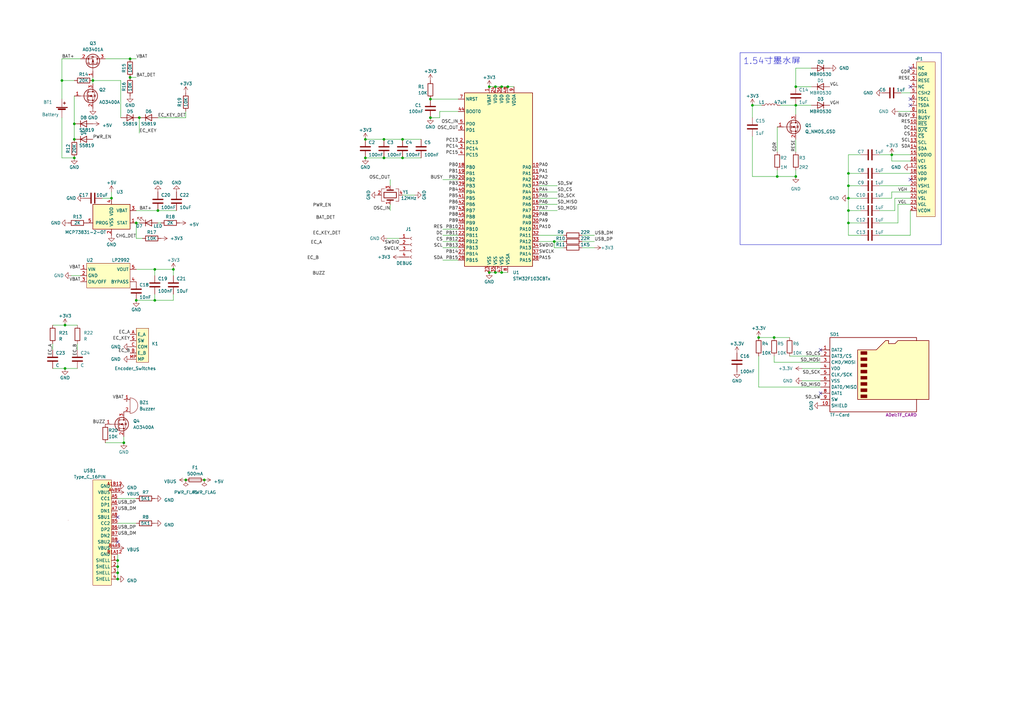
<source format=kicad_sch>
(kicad_sch (version 20230121) (generator eeschema)
  (paper "A3")
  (junction (at 83.82 196.85))
  (junction (at 38.1 33.02))
  (junction (at 30.48 50.8))
  (junction (at 30.48 57.15))
  (junction (at 48.26 234.95))
  (junction (at 200.66 111.76))
  (junction (at 71.12 110.49))
  (junction (at 176.53 40.64))
  (junction (at 165.1 57.15))
  (junction (at 347.98 71.12))
  (junction (at 64.77 86.36))
  (junction (at 203.2 35.56))
  (junction (at 149.86 64.77))
  (junction (at 48.26 229.87))
  (junction (at 347.98 86.36))
  (junction (at 365.76 63.5))
  (junction (at 53.34 31.75))
  (junction (at 157.48 57.15))
  (junction (at 200.66 35.56))
  (junction (at 50.8 181.61))
  (junction (at 311.15 138.43))
  (junction (at 48.26 237.49))
  (junction (at 57.15 48.26))
  (junction (at 26.67 151.13))
  (junction (at 55.88 123.19))
  (junction (at 308.61 43.18))
  (junction (at 326.39 43.18))
  (junction (at 205.74 35.56))
  (junction (at 149.86 57.15))
  (junction (at 176.53 48.26))
  (junction (at 63.5 110.49))
  (junction (at 227.33 99.06))
  (junction (at 347.98 91.44))
  (junction (at 55.88 91.44))
  (junction (at 157.48 64.77))
  (junction (at 203.2 111.76))
  (junction (at 26.67 133.35))
  (junction (at 326.39 35.56))
  (junction (at 318.77 72.39))
  (junction (at 165.1 64.77))
  (junction (at 347.98 81.28))
  (junction (at 48.26 232.41))
  (junction (at 317.5 138.43))
  (junction (at 326.39 72.39))
  (junction (at 205.74 111.76))
  (junction (at 63.5 123.19))
  (junction (at 76.2 196.85))
  (junction (at 45.72 81.28))
  (junction (at 30.48 64.77))
  (junction (at 208.28 35.56))
  (junction (at 53.34 24.13))
  (junction (at 347.98 76.2))
  (junction (at 25.4 33.02))
  (no_connect (at 373.38 73.66))
  (no_connect (at 373.38 27.94))
  (no_connect (at 336.55 161.29))
  (no_connect (at 336.55 143.51))
  (no_connect (at 373.38 40.64))
  (no_connect (at 48.26 212.09))
  (no_connect (at 48.26 222.25))
  (no_connect (at 373.38 35.56))
  (no_connect (at 373.38 43.18))
  (wire (pts (xy 57.15 91.44) (xy 55.88 91.44)))
  (wire (pts (xy 347.98 86.36) (xy 353.06 86.36)))
  (wire (pts (xy 227.33 101.6) (xy 227.33 99.06)))
  (wire (pts (xy 220.98 81.28) (xy 228.6 81.28)))
  (wire (pts (xy 220.98 76.2) (xy 228.6 76.2)))
  (wire (pts (xy 26.67 151.13) (xy 21.59 151.13)))
  (wire (pts (xy 326.39 43.18) (xy 326.39 46.99)))
  (wire (pts (xy 347.98 76.2) (xy 347.98 81.28)))
  (wire (pts (xy 347.98 91.44) (xy 353.06 91.44)))
  (wire (pts (xy 360.68 76.2) (xy 373.38 76.2)))
  (wire (pts (xy 347.98 86.36) (xy 347.98 91.44)))
  (wire (pts (xy 318.77 72.39) (xy 326.39 72.39)))
  (wire (pts (xy 181.61 93.98) (xy 187.96 93.98)))
  (wire (pts (xy 238.76 96.52) (xy 243.84 96.52)))
  (wire (pts (xy 21.59 140.97) (xy 21.59 143.51)))
  (wire (pts (xy 367.03 81.28) (xy 367.03 86.36)))
  (wire (pts (xy 373.38 96.52) (xy 360.68 96.52)))
  (wire (pts (xy 317.5 148.59) (xy 336.55 148.59)))
  (wire (pts (xy 64.77 48.26) (xy 76.2 48.26)))
  (wire (pts (xy 220.98 78.74) (xy 228.6 78.74)))
  (wire (pts (xy 181.61 106.68) (xy 187.96 106.68)))
  (wire (pts (xy 55.88 97.79) (xy 58.42 97.79)))
  (wire (pts (xy 48.26 227.33) (xy 48.26 229.87)))
  (wire (pts (xy 347.98 81.28) (xy 353.06 81.28)))
  (wire (pts (xy 328.93 151.13) (xy 336.55 151.13)))
  (wire (pts (xy 180.34 45.72) (xy 187.96 45.72)))
  (wire (pts (xy 25.4 24.13) (xy 33.02 24.13)))
  (wire (pts (xy 353.06 71.12) (xy 347.98 71.12)))
  (wire (pts (xy 29.21 113.03) (xy 33.02 113.03)))
  (wire (pts (xy 365.76 78.74) (xy 373.38 78.74)))
  (wire (pts (xy 48.26 232.41) (xy 48.26 234.95)))
  (wire (pts (xy 25.4 40.64) (xy 25.4 33.02)))
  (wire (pts (xy 347.98 63.5) (xy 347.98 71.12)))
  (wire (pts (xy 347.98 91.44) (xy 347.98 96.52)))
  (wire (pts (xy 181.61 101.6) (xy 187.96 101.6)))
  (wire (pts (xy 328.93 156.21) (xy 336.55 156.21)))
  (wire (pts (xy 43.18 181.61) (xy 50.8 181.61)))
  (wire (pts (xy 149.86 57.15) (xy 157.48 57.15)))
  (wire (pts (xy 53.34 24.13) (xy 43.18 24.13)))
  (wire (pts (xy 368.3 91.44) (xy 360.68 91.44)))
  (wire (pts (xy 326.39 57.15) (xy 326.39 62.23)))
  (wire (pts (xy 181.61 73.66) (xy 187.96 73.66)))
  (wire (pts (xy 160.02 83.82) (xy 160.02 86.36)))
  (wire (pts (xy 368.3 83.82) (xy 368.3 91.44)))
  (wire (pts (xy 25.4 33.02) (xy 30.48 33.02)))
  (wire (pts (xy 205.74 111.76) (xy 208.28 111.76)))
  (wire (pts (xy 63.5 120.65) (xy 63.5 123.19)))
  (wire (pts (xy 317.5 146.05) (xy 317.5 148.59)))
  (wire (pts (xy 30.48 50.8) (xy 30.48 57.15)))
  (wire (pts (xy 365.76 66.04) (xy 365.76 63.5)))
  (wire (pts (xy 38.1 33.02) (xy 49.53 33.02)))
  (wire (pts (xy 25.4 33.02) (xy 25.4 24.13)))
  (wire (pts (xy 373.38 81.28) (xy 367.03 81.28)))
  (wire (pts (xy 71.12 123.19) (xy 71.12 120.65)))
  (wire (pts (xy 49.53 33.02) (xy 49.53 48.26)))
  (wire (pts (xy 157.48 64.77) (xy 165.1 64.77)))
  (wire (pts (xy 205.74 35.56) (xy 208.28 35.56)))
  (wire (pts (xy 373.38 83.82) (xy 368.3 83.82)))
  (wire (pts (xy 55.88 24.13) (xy 53.34 24.13)))
  (wire (pts (xy 373.38 86.36) (xy 373.38 96.52)))
  (wire (pts (xy 26.67 151.13) (xy 31.75 151.13)))
  (wire (pts (xy 318.77 52.07) (xy 318.77 62.23)))
  (wire (pts (xy 203.2 111.76) (xy 205.74 111.76)))
  (wire (pts (xy 45.72 78.74) (xy 45.72 81.28)))
  (wire (pts (xy 365.76 81.28) (xy 360.68 81.28)))
  (wire (pts (xy 30.48 39.37) (xy 30.48 50.8)))
  (wire (pts (xy 360.68 71.12) (xy 373.38 71.12)))
  (wire (pts (xy 360.68 63.5) (xy 365.76 63.5)))
  (wire (pts (xy 323.85 146.05) (xy 336.55 146.05)))
  (wire (pts (xy 63.5 123.19) (xy 71.12 123.19)))
  (wire (pts (xy 55.88 110.49) (xy 63.5 110.49)))
  (wire (pts (xy 64.77 91.44) (xy 66.04 91.44)))
  (wire (pts (xy 365.76 63.5) (xy 373.38 63.5)))
  (wire (pts (xy 180.34 48.26) (xy 180.34 45.72)))
  (wire (pts (xy 238.76 99.06) (xy 243.84 99.06)))
  (wire (pts (xy 317.5 138.43) (xy 323.85 138.43)))
  (wire (pts (xy 26.67 133.35) (xy 31.75 133.35)))
  (wire (pts (xy 63.5 110.49) (xy 63.5 113.03)))
  (wire (pts (xy 165.1 80.01) (xy 170.18 80.01)))
  (wire (pts (xy 231.14 101.6) (xy 227.33 101.6)))
  (wire (pts (xy 311.15 158.75) (xy 336.55 158.75)))
  (wire (pts (xy 326.39 27.94) (xy 326.39 35.56)))
  (wire (pts (xy 227.33 99.06) (xy 231.14 99.06)))
  (wire (pts (xy 38.1 33.02) (xy 38.1 34.29)))
  (wire (pts (xy 160.02 73.66) (xy 160.02 76.2)))
  (wire (pts (xy 48.26 204.47) (xy 55.88 204.47)))
  (wire (pts (xy 320.04 43.18) (xy 326.39 43.18)))
  (wire (pts (xy 220.98 83.82) (xy 228.6 83.82)))
  (wire (pts (xy 48.26 234.95) (xy 48.26 237.49)))
  (wire (pts (xy 181.61 99.06) (xy 187.96 99.06)))
  (wire (pts (xy 200.66 35.56) (xy 203.2 35.56)))
  (wire (pts (xy 55.88 31.75) (xy 53.34 31.75)))
  (wire (pts (xy 368.3 45.72) (xy 373.38 45.72)))
  (wire (pts (xy 308.61 72.39) (xy 318.77 72.39)))
  (wire (pts (xy 353.06 63.5) (xy 347.98 63.5)))
  (wire (pts (xy 30.48 64.77) (xy 25.4 64.77)))
  (wire (pts (xy 347.98 96.52) (xy 353.06 96.52)))
  (wire (pts (xy 326.39 69.85) (xy 326.39 72.39)))
  (wire (pts (xy 200.66 111.76) (xy 203.2 111.76)))
  (wire (pts (xy 347.98 81.28) (xy 347.98 86.36)))
  (wire (pts (xy 26.67 133.35) (xy 21.59 133.35)))
  (wire (pts (xy 38.1 31.75) (xy 38.1 33.02)))
  (wire (pts (xy 25.4 48.26) (xy 25.4 64.77)))
  (wire (pts (xy 311.15 146.05) (xy 311.15 158.75)))
  (wire (pts (xy 220.98 96.52) (xy 231.14 96.52)))
  (wire (pts (xy 71.12 110.49) (xy 71.12 113.03)))
  (wire (pts (xy 41.91 81.28) (xy 45.72 81.28)))
  (wire (pts (xy 308.61 43.18) (xy 308.61 48.26)))
  (wire (pts (xy 165.1 57.15) (xy 172.72 57.15)))
  (wire (pts (xy 220.98 99.06) (xy 227.33 99.06)))
  (wire (pts (xy 332.74 27.94) (xy 326.39 27.94)))
  (wire (pts (xy 149.86 64.77) (xy 157.48 64.77)))
  (wire (pts (xy 176.53 48.26) (xy 180.34 48.26)))
  (wire (pts (xy 373.38 66.04) (xy 365.76 66.04)))
  (wire (pts (xy 347.98 71.12) (xy 347.98 76.2)))
  (wire (pts (xy 311.15 138.43) (xy 317.5 138.43)))
  (wire (pts (xy 365.76 78.74) (xy 365.76 81.28)))
  (wire (pts (xy 203.2 35.56) (xy 205.74 35.56)))
  (wire (pts (xy 55.88 91.44) (xy 55.88 97.79)))
  (wire (pts (xy 158.75 97.79) (xy 163.83 97.79)))
  (wire (pts (xy 76.2 48.26) (xy 76.2 45.72)))
  (wire (pts (xy 157.48 57.15) (xy 165.1 57.15)))
  (wire (pts (xy 165.1 64.77) (xy 172.72 64.77)))
  (wire (pts (xy 57.15 48.26) (xy 57.15 54.61)))
  (wire (pts (xy 367.03 86.36) (xy 360.68 86.36)))
  (wire (pts (xy 308.61 43.18) (xy 312.42 43.18)))
  (wire (pts (xy 326.39 43.18) (xy 332.74 43.18)))
  (wire (pts (xy 63.5 110.49) (xy 71.12 110.49)))
  (wire (pts (xy 48.26 214.63) (xy 55.88 214.63)))
  (wire (pts (xy 55.88 86.36) (xy 64.77 86.36)))
  (wire (pts (xy 308.61 55.88) (xy 308.61 72.39)))
  (wire (pts (xy 50.8 179.07) (xy 50.8 181.61)))
  (wire (pts (xy 353.06 76.2) (xy 347.98 76.2)))
  (wire (pts (xy 176.53 40.64) (xy 187.96 40.64)))
  (wire (pts (xy 369.57 38.1) (xy 373.38 38.1)))
  (wire (pts (xy 238.76 101.6) (xy 243.84 101.6)))
  (wire (pts (xy 63.5 123.19) (xy 55.88 123.19)))
  (wire (pts (xy 326.39 35.56) (xy 332.74 35.56)))
  (wire (pts (xy 220.98 86.36) (xy 228.6 86.36)))
  (wire (pts (xy 208.28 35.56) (xy 210.82 35.56)))
  (wire (pts (xy 31.75 140.97) (xy 31.75 143.51)))
  (wire (pts (xy 64.77 86.36) (xy 72.39 86.36)))
  (wire (pts (xy 181.61 96.52) (xy 187.96 96.52)))
  (wire (pts (xy 48.26 229.87) (xy 48.26 232.41)))
  (wire (pts (xy 318.77 69.85) (xy 318.77 72.39)))
  (rectangle (start 303.53 21.59) (end 386.08 100.33))
  (text "1.54寸墨水屏" (at 304.8 26.67 0) (effects (font (size 2.54 2.54)) (justify left bottom)))
  (label "PA1" (at 220.98 71.12 0))
  (label "RESE" (at 373.38 33.02 180))
  (label "PA4" (at 220.98 78.74 0))
  (label "CHG_DET" (at 55.88 97.7781 180))
  (label "SD_MOSI" (at 228.6 86.36 0))
  (label "EC_A" (at 132.08 100.33 180))
  (label "BAT_DET" (at 129.54 90.17 0))
  (label "EC_KEY" (at 57.15 54.61 0))
  (label "PA5" (at 220.98 81.28 0))
  (label "PB8" (at 187.96 88.9 180))
  (label "PA10" (at 220.98 93.98 0))
  (label "EC_B" (at 130.81 106.68 180))
  (label "BAT+" (at 25.4 24.13 0))
  (label "DC" (at 181.61 96.52 180))
  (label "EC_KEY_DET" (at 128.27 96.52 0))
  (label "VBAT" (at 33.02 110.49 180))
  (label "DC" (at 373.38 53.34 180))
  (label "PB13" (at 187.96 101.6 180))
  (label "PB9" (at 187.96 91.44 180))
  (label "CS" (at 373.38 55.88 180))
  (label "OSC_IN" (at 187.96 50.8 180))
  (label "PB4" (at 187.96 78.74 180))
  (label "PC15" (at 187.96 63.5 180))
  (label "PB5" (at 187.96 81.28 180))
  (label "GDR" (at 318.77 62.23 90))
  (label "EC_KEY" (at 53.34 139.7 180))
  (label "PA7" (at 220.98 86.36 0))
  (label "VBAT" (at 55.88 24.13 0))
  (label "PB14" (at 187.96 104.14 180))
  (label "SCL" (at 181.61 101.6 180))
  (label "BAT_DET" (at 55.88 31.75 0))
  (label "EC_KEY_DET" (at 64.77 48.26 0))
  (label "SD_MOSI" (at 336.55 148.59 180))
  (label "PB10" (at 187.96 93.98 180))
  (label "BAT+" (at 57.15 86.36 0))
  (label "BUZZ" (at 133.35 113.03 180))
  (label "PC13" (at 187.96 58.42 180))
  (label "EC_A" (at 21.59 140.97 270))
  (label "SWDIO" (at 220.98 101.6 0))
  (label "PB15" (at 187.96 106.68 180))
  (label "SD_MISO" (at 336.55 158.75 180))
  (label "RES" (at 373.38 50.8 180))
  (label "RESE" (at 326.39 62.23 90))
  (label "VGH" (at 368.3 78.74 0))
  (label "PWR_EN" (at 128.27 85.09 0))
  (label "BUSY" (at 373.38 48.26 180))
  (label "PA2" (at 220.98 73.66 0))
  (label "CS" (at 181.61 99.06 180))
  (label "GDR" (at 373.38 30.48 180))
  (label "USB_DM" (at 243.84 96.52 0))
  (label "PA3" (at 220.98 76.2 0))
  (label "SD_CS" (at 228.6 78.74 0))
  (label "PB2" (at 187.96 73.66 180))
  (label "RES" (at 181.61 93.98 180))
  (label "SWCLK" (at 163.83 102.87 180))
  (label "SD_SCK" (at 336.55 153.67 180))
  (label "PB0" (at 187.96 68.58 180))
  (label "PA8" (at 220.98 88.9 0))
  (label "EC_A" (at 53.34 137.16 180))
  (label "SD_SCK" (at 228.6 81.28 0))
  (label "EC_B" (at 53.34 144.78 180))
  (label "PB3" (at 187.96 76.2 180))
  (label "SD_SW" (at 228.6 76.2 0))
  (label "SD_SW" (at 336.55 163.83 180))
  (label "SD_CS" (at 336.55 146.05 180))
  (label "SD_MISO" (at 228.6 83.82 0))
  (label "PWR_EN" (at 38.1 57.15 0))
  (label "SCL" (at 373.38 58.42 180))
  (label "SDA" (at 181.61 106.68 180))
  (label "PB6" (at 187.96 83.82 180))
  (label "VBAT" (at 33.02 115.57 180))
  (label "SWDIO" (at 163.83 100.33 180))
  (label "SDA" (at 373.38 60.96 180))
  (label "BUZZ" (at 43.18 173.99 180))
  (label "OSC_OUT" (at 187.96 53.34 180))
  (label "PC14" (at 187.96 60.96 180))
  (label "PA15" (at 220.98 106.68 0))
  (label "PB11" (at 187.96 96.52 180))
  (label "OSC_IN" (at 160.02 86.36 180))
  (label "USB_DM" (at 48.26 209.55 0))
  (label "USB_DP" (at 48.26 207.01 0))
  (label "USB_DM" (at 48.26 219.71 0))
  (label "VGL" (at 340.36 35.56 0))
  (label "OSC_OUT" (at 160.02 73.66 180))
  (label "PA6" (at 220.98 83.82 0))
  (label "VBAT" (at 50.8 163.83 180))
  (label "SWCLK" (at 220.98 104.14 0))
  (label "PB7" (at 187.96 86.36 180))
  (label "USB_DP" (at 48.26 217.17 0))
  (label "BUSY" (at 181.61 73.66 180))
  (label "EC_B" (at 31.75 140.97 270))
  (label "PB12" (at 187.96 99.06 180))
  (label "VGL" (at 368.3 83.82 0))
  (label "PB1" (at 187.96 71.12 180))
  (label "USB_DP" (at 243.84 99.06 0))
  (label "VGH" (at 340.36 43.18 0))
  (label "PA9" (at 220.98 91.44 0))
  (label "PA0" (at 220.98 68.58 0))
  (symbol (lib_id "power:PWR_FLAG") (at 83.82 196.85 180) (unit 1)
    (property "Reference" "#FLG02" (effects hide))
    (property "Value" "PWR_FLAG" (at 83.82 201.93 0))
  )
  (symbol (lib_id "Device:R") (at 234.95 99.06 90) (unit 1)
    (property "Reference" "R10" (at 229.87 97.79 90))
    (property "Value" "22R" (at 240.03 97.79 90))
    (property "Footprint" "Resistor_SMD:R_0603_1608Metric_Pad0.98x0.95mm_HandSolder" (effects hide))
  )
  (symbol (lib_id "Device:R") (at 53.34 35.56 180) (unit 1)
    (property "Reference" "R16" (at 50.8 35.56 90))
    (property "Value" "10K" (at 53.34 35.56 90))
  )
  (symbol (lib_id "Device:R") (at 234.95 101.6 90) (unit 1)
    (property "Reference" "R11" (at 229.87 100.33 90))
    (property "Value" "1K5" (at 240.03 100.33 90))
    (property "Footprint" "Resistor_SMD:R_0603_1608Metric_Pad0.98x0.95mm_HandSolder" (effects hide))
  )
  (symbol (lib_id "power:+5V") (at 73.66 91.44 270) (unit 1)
    (property "Reference" "#PWR054" (effects hide))
    (property "Value" "+5V" (at 77.47 92.075 90) (effects (justify left)))
  )
  (symbol (lib_id "Device:R") (at 317.5 142.24 0) (unit 1)
    (property "Reference" "R5" (at 318.77 140.97 0) (effects (justify left)))
    (property "Value" "10K" (at 318.77 144.78 0) (effects (justify left)))
  )
  (symbol (lib_id "Device:C") (at 356.87 76.2 90) (unit 1)
    (property "Reference" "C9" (at 353.06 74.93 90))
    (property "Value" "1uF" (at 360.68 74.93 90))
  )
  (symbol (lib_id "power:GND") (at 48.26 237.49 90) (unit 1)
    (property "Reference" "#PWR028" (effects hide))
    (property "Value" "GND" (at 52.07 238.125 90) (effects (justify right)))
  )
  (symbol (lib_id "Device:C") (at 64.77 82.55 0) (unit 1)
    (property "Reference" "C20" (at 66.04 80.01 0) (effects (justify left)))
    (property "Value" "100nF" (at 66.04 85.09 0) (effects (justify left)))
  )
  (symbol (lib_id "Device:C") (at 356.87 91.44 90) (unit 1)
    (property "Reference" "C12" (at 353.06 90.17 90))
    (property "Value" "1uF" (at 360.68 90.17 90))
  )
  (symbol (lib_id "Device:C") (at 308.61 52.07 0) (unit 1)
    (property "Reference" "C15" (at 309.88 49.53 0) (effects (justify left)))
    (property "Value" "1uF" (at 309.88 54.61 0) (effects (justify left)))
  )
  (symbol (lib_id "power:GND") (at 29.21 113.03 270) (unit 1)
    (property "Reference" "#PWR035" (effects hide))
    (property "Value" "GND" (at 24.13 113.03 90))
  )
  (symbol (lib_id "Device:D") (at 34.29 50.8 0) (unit 1)
    (property "Reference" "D8" (at 34.29 48.26 0))
    (property "Value" "S5819" (at 35.56 53.34 0))
  )
  (symbol (lib_id "Device:R") (at 234.95 96.52 90) (unit 1)
    (property "Reference" "R9" (at 229.87 95.25 90))
    (property "Value" "22R" (at 240.03 95.25 90))
    (property "Footprint" "Resistor_SMD:R_0603_1608Metric_Pad0.98x0.95mm_HandSolder" (effects hide))
  )
  (symbol (lib_id "Device:D") (at 53.34 48.26 180) (unit 1)
    (property "Reference" "D5" (at 53.34 45.72 0))
    (property "Value" "S5819" (at 53.34 50.8 0))
  )
  (symbol (lib_id "ADel:Type_C_16PIN") (at 38.1 196.85 0) (unit 1)
    (property "Reference" "USB1" (at 36.8299 193.04 0))
    (property "Value" "Type_C_16PIN" (at 36.8299 195.58 0))
    (property "Footprint" "ADel:TYPE-C-16PIN_SMD" (effects hide))
  )
  (symbol (lib_id "power:GND") (at 149.86 64.77 0) (unit 1)
    (property "Reference" "#PWR06" (effects hide))
    (property "Value" "GND" (at 149.86 68.58 0))
  )
  (symbol (lib_id "Device:C") (at 21.59 147.32 0) (unit 1)
    (property "Reference" "C23" (at 22.86 144.78 0) (effects (justify left)))
    (property "Value" "C" (at 22.86 149.86 0) (effects (justify left)))
  )
  (symbol (lib_id "ADel:TF-Card") (at 340.36 138.43 0) (unit 1)
    (property "Reference" "SD1" (at 340.36 137.16 0) (effects (justify left)))
    (property "Value" "TF-Card" (at 340.36 170.18 0) (effects (justify left)))
    (property "Footprint" "ADel:TF_CARD" (at 363.22 170.18 0) (effects (justify left)))
  )
  (symbol (lib_id "Device:R") (at 326.39 66.04 0) (unit 1)
    (property "Reference" "R3" (at 327.66 64.77 0) (effects (justify left)))
    (property "Value" "2R2" (at 327.66 68.58 0) (effects (justify left)))
  )
  (symbol (lib_id "Device:D") (at 336.55 27.94 180) (unit 1)
    (property "Reference" "D2" (at 336.55 25.4 0))
    (property "Value" "MBR0530" (at 336.55 30.48 0))
    (property "Footprint" "Diode_SMD:D_SOD-123" (effects hide))
    (property "Sim.Device" "D" (effects hide))
    (property "Sim.Pins" "1=K 2=A" (effects hide))
  )
  (symbol (lib_id "power:+5V") (at 83.82 196.85 270) (unit 1)
    (property "Reference" "#PWR032" (effects hide))
    (property "Value" "+5V" (at 87.63 197.485 90) (effects (justify left)))
  )
  (symbol (lib_id "power:GND") (at 176.53 48.26 0) (unit 1)
    (property "Reference" "#PWR02" (effects hide))
    (property "Value" "GND" (at 176.53 52.07 0))
  )
  (symbol (lib_id "Device:D") (at 34.29 57.15 0) (unit 1)
    (property "Reference" "D4" (at 34.29 54.61 0))
    (property "Value" "S5819" (at 35.56 59.69 0))
  )
  (symbol (lib_id "Device:C") (at 356.87 71.12 90) (unit 1)
    (property "Reference" "C8" (at 353.06 69.85 90))
    (property "Value" "1uF" (at 360.68 69.85 90))
  )
  (symbol (lib_id "MCU_ST_STM32F1:STM32F103CBTx") (at 205.74 73.66 0) (unit 1)
    (property "Reference" "U1" (at 210.2994 111.76 0) (effects (justify left)))
    (property "Value" "STM32F103CBTx" (at 210.2994 114.3 0) (effects (justify left)))
    (property "Footprint" "Package_QFP:LQFP-48_7x7mm_P0.5mm" (effects hide))
    (property "Datasheet" "http://www.st.com/st-web-ui/static/active/en/resource/technical/document/datasheet/CD00161566.pdf" (effects hide))
  )
  (symbol (lib_id "Device:D") (at 336.55 43.18 180) (unit 1)
    (property "Reference" "D3" (at 336.55 40.64 0))
    (property "Value" "MBR0530" (at 336.55 45.72 0))
    (property "Footprint" "Diode_SMD:D_SOD-123" (effects hide))
    (property "Sim.Device" "D" (effects hide))
    (property "Sim.Pins" "1=K 2=A" (effects hide))
  )
  (symbol (lib_id "power:VBUS") (at 48.26 201.93 270) (unit 1)
    (property "Reference" "#PWR026" (effects hide))
    (property "Value" "VBUS" (at 52.07 202.565 90) (effects (justify left)))
  )
  (symbol (lib_id "Device:C") (at 149.86 60.96 0) (unit 1)
    (property "Reference" "C2" (at 151.13 58.42 0) (effects (justify left)))
    (property "Value" "100nF" (at 151.13 63.5 0) (effects (justify left)))
    (property "Footprint" "Capacitor_SMD:C_0603_1608Metric_Pad1.08x0.95mm_HandSolder" (effects hide))
  )
  (symbol (lib_id "power:GND") (at 55.88 123.19 0) (unit 1)
    (property "Reference" "#PWR041" (effects hide))
    (property "Value" "GND" (at 55.88 127 0))
  )
  (symbol (lib_id "power:+5V") (at 45.72 78.74 0) (unit 1)
    (property "Reference" "#PWR052" (effects hide))
    (property "Value" "+5V" (at 45.72 74.93 0))
  )
  (symbol (lib_id "Device:C") (at 157.48 60.96 0) (unit 1)
    (property "Reference" "C3" (at 158.75 58.42 0) (effects (justify left)))
    (property "Value" "100nF" (at 158.75 63.5 0) (effects (justify left)))
    (property "Footprint" "Capacitor_SMD:C_0603_1608Metric_Pad1.08x0.95mm_HandSolder" (effects hide))
  )
  (symbol (lib_id "power:+3.3V") (at 76.2 38.1 0) (unit 1)
    (property "Reference" "#PWR046" (effects hide))
    (property "Value" "+3.3V" (at 76.2 34.29 0))
  )
  (symbol (lib_id "Device:C") (at 356.87 86.36 90) (unit 1)
    (property "Reference" "C11" (at 353.06 85.09 90))
    (property "Value" "1uF" (at 360.68 85.09 90))
  )
  (symbol (lib_id "Device:L") (at 316.23 43.18 90) (unit 1)
    (property "Reference" "L1" (at 312.42 41.91 90))
    (property "Value" "47uH" (at 320.04 41.91 90))
  )
  (symbol (lib_id "Device:C") (at 38.1 81.28 90) (unit 1)
    (property "Reference" "C17" (at 34.29 80.01 90))
    (property "Value" "10uF" (at 41.91 80.01 90))
  )
  (symbol (lib_id "power:GND") (at 45.72 96.52 0) (unit 1)
    (property "Reference" "#PWR039" (effects hide))
    (property "Value" "GND" (at 45.72 100.33 0))
  )
  (symbol (lib_id "Device:LED") (at 60.96 91.44 0) (mirror x) (unit 1)
    (property "Reference" "D7" (at 57.15 92.71 0))
    (property "Value" "LED" (at 64.77 92.71 0))
  )
  (symbol (lib_id "Device:D") (at 60.96 48.26 0) (unit 1)
    (property "Reference" "D6" (at 60.96 45.72 0))
    (property "Value" "S5819" (at 60.96 50.8 0))
  )
  (symbol (lib_id "Device:Crystal_GND24") (at 160.02 80.01 90) (unit 1)
    (property "Reference" "Y1" (at 166.37 78.74 90))
    (property "Value" "12MHz" (at 167.64 81.28 90))
    (property "Footprint" "Crystal:Crystal_SMD_3225-4Pin_3.2x2.5mm" (effects hide))
  )
  (symbol (lib_id "power:VBUS") (at 48.26 224.79 270) (unit 1)
    (property "Reference" "#PWR027" (effects hide))
    (property "Value" "VBUS" (at 52.07 225.425 90) (effects (justify left)))
  )
  (symbol (lib_id "power:+3.3V") (at 365.76 63.5 0) (unit 1)
    (property "Reference" "#PWR013" (effects hide))
    (property "Value" "+3.3V" (at 365.76 59.69 0))
  )
  (symbol (lib_id "power:+3.3V") (at 176.53 33.02 0) (unit 1)
    (property "Reference" "#PWR01" (effects hide))
    (property "Value" "+3.3V" (at 176.53 29.21 0))
  )
  (symbol (lib_name "GND_1") (lib_id "power:GND") (at 340.36 27.94 90) (unit 1)
    (property "Reference" "#PWR016" (effects hide))
    (property "Value" "GND" (at 344.17 27.94 90) (effects (justify right)))
  )
  (symbol (lib_name "GND_2") (lib_id "power:GND") (at 326.39 72.39 0) (unit 1)
    (property "Reference" "#PWR017" (effects hide))
    (property "Value" "GND" (at 326.39 77.47 0))
  )
  (symbol (lib_id "Device:R") (at 59.69 204.47 90) (unit 1)
    (property "Reference" "R7" (at 59.69 201.93 90))
    (property "Value" "5K1" (at 59.69 204.47 90))
    (property "Footprint" "Resistor_SMD:R_0603_1608Metric_Pad0.98x0.95mm_HandSolder" (effects hide))
  )
  (symbol (lib_id "ADel:Encoder_Switches") (at 55.88 134.62 0) (unit 1)
    (property "Reference" "K1" (at 62.23 140.97 0) (effects (justify left)))
    (property "Value" "Encoder_Switches" (at 46.99 151.13 0) (effects (justify left)))
  )
  (symbol (lib_name "GND_4") (lib_id "power:GND") (at 302.26 152.4 0) (unit 1)
    (property "Reference" "#PWR022" (effects hide))
    (property "Value" "GND" (at 302.26 156.21 0))
  )
  (symbol (lib_id "Device:C") (at 302.26 148.59 0) (unit 1)
    (property "Reference" "C16" (at 303.53 146.05 0) (effects (justify left)))
    (property "Value" "100nF" (at 303.53 152.4 0) (effects (justify left)))
  )
  (symbol (lib_id "Device:C") (at 55.88 119.38 0) (unit 1)
    (property "Reference" "C18" (at 57.15 116.84 0) (effects (justify left)))
    (property "Value" "10nF" (at 57.15 121.92 0) (effects (justify left)))
  )
  (symbol (lib_id "Device:C") (at 31.75 147.32 0) (unit 1)
    (property "Reference" "C24" (at 33.02 144.78 0) (effects (justify left)))
    (property "Value" "C" (at 33.02 149.86 0) (effects (justify left)))
  )
  (symbol (lib_id "power:+3.3V") (at 149.86 57.15 0) (unit 1)
    (property "Reference" "#PWR05" (effects hide))
    (property "Value" "+3.3V" (at 149.86 53.34 0))
  )
  (symbol (lib_id "Device:D") (at 336.55 35.56 0) (unit 1)
    (property "Reference" "D1" (at 336.55 33.02 0))
    (property "Value" "MBR0530" (at 336.55 38.1 0))
    (property "Footprint" "Diode_SMD:D_SOD-123" (effects hide))
    (property "Sim.Device" "D" (effects hide))
    (property "Sim.Pins" "1=K 2=A" (effects hide))
  )
  (symbol (lib_id "Transistor_FET:AO3400A") (at 48.26 173.99 0) (unit 1)
    (property "Reference" "Q4" (at 54.61 172.7199 0) (effects (justify left)))
    (property "Value" "AO3400A" (at 54.61 175.2599 0) (effects (justify left)))
    (property "Footprint" "Package_TO_SOT_SMD:SOT-23" (effects hide))
    (property "Datasheet" "http://www.aosmd.com/pdfs/datasheet/AO3400A.pdf" (effects hide))
  )
  (symbol (lib_id "Device:R") (at 59.69 214.63 90) (unit 1)
    (property "Reference" "R8" (at 59.69 212.09 90))
    (property "Value" "5K1" (at 59.69 214.63 90))
    (property "Footprint" "Resistor_SMD:R_0603_1608Metric_Pad0.98x0.95mm_HandSolder" (effects hide))
  )
  (symbol (lib_id "power:GND") (at 63.5 204.47 90) (unit 1)
    (property "Reference" "#PWR029" (effects hide))
    (property "Value" "GND" (at 67.31 205.105 90) (effects (justify right)))
  )
  (symbol (lib_id "Device:R") (at 43.18 177.8 0) (unit 1)
    (property "Reference" "R20" (at 44.45 176.53 0) (effects (justify left)))
    (property "Value" "10K" (at 44.45 179.07 0) (effects (justify left)))
    (property "Footprint" "Resistor_SMD:R_0603_1608Metric_Pad0.98x0.95mm_HandSolder" (effects hide))
  )
  (symbol (lib_id "Device:C") (at 365.76 38.1 270) (unit 1)
    (property "Reference" "C6" (at 361.95 36.83 90))
    (property "Value" "1uF" (at 369.57 36.83 90))
  )
  (symbol (lib_id "power:GND") (at 48.26 199.39 90) (unit 1)
    (property "Reference" "#PWR025" (effects hide))
    (property "Value" "GND" (at 52.07 200.025 90) (effects (justify right)))
  )
  (symbol (lib_id "Device:R") (at 318.77 66.04 0) (unit 1)
    (property "Reference" "R2" (at 320.04 64.77 0) (effects (justify left)))
    (property "Value" "1M" (at 320.04 68.58 0) (effects (justify left)))
  )
  (symbol (lib_id "power:GND") (at 27.94 91.44 270) (unit 1)
    (property "Reference" "#PWR034" (effects hide))
    (property "Value" "GND" (at 22.86 91.44 90))
  )
  (symbol (lib_name "GND_5") (lib_id "power:GND") (at 53.34 142.24 270) (unit 1)
    (property "Reference" "#PWR048" (effects hide))
    (property "Value" "GND" (at 49.53 142.24 90) (effects (justify right)))
  )
  (symbol (lib_name "GND_1") (lib_id "power:GND") (at 368.3 45.72 270) (unit 1)
    (property "Reference" "#PWR012" (effects hide))
    (property "Value" "GND" (at 364.49 45.72 90) (effects (justify right)))
  )
  (symbol (lib_id "ADel:EPD_1.54inch_24P") (at 375.92 25.4 0) (unit 1)
    (property "Reference" "P1" (at 375.92 24.13 0) (effects (justify left)))
    (property "Value" "~" (at 375.92 24.13 0))
    (property "Footprint" "ADel:FFC_FPC_1x24-1MP_P0.5mm_Horizontal_REVERSE" (effects hide))
  )
  (symbol (lib_id "power:+3.3V") (at 71.12 110.49 0) (unit 1)
    (property "Reference" "#PWR044" (effects hide))
    (property "Value" "+3.3V" (at 71.12 106.68 0))
  )
  (symbol (lib_id "power:GND") (at 50.8 181.61 0) (unit 1)
    (property "Reference" "#PWR047" (effects hide))
    (property "Value" "GND" (at 50.8 185.42 0))
  )
  (symbol (lib_id "power:GND") (at 63.5 214.63 90) (unit 1)
    (property "Reference" "#PWR030" (effects hide))
    (property "Value" "GND" (at 67.31 215.265 90) (effects (justify right)))
  )
  (symbol (lib_id "Device:C") (at 165.1 60.96 0) (unit 1)
    (property "Reference" "C4" (at 166.37 58.42 0) (effects (justify left)))
    (property "Value" "100nF" (at 166.37 63.5 0) (effects (justify left)))
    (property "Footprint" "Capacitor_SMD:C_0603_1608Metric_Pad1.08x0.95mm_HandSolder" (effects hide))
  )
  (symbol (lib_name "GND_3") (lib_id "power:GND") (at 328.93 156.21 270) (unit 1)
    (property "Reference" "#PWR019" (effects hide))
    (property "Value" "GND" (at 325.12 156.21 90) (effects (justify right)))
  )
  (symbol (lib_id "Device:C") (at 326.39 39.37 0) (unit 1)
    (property "Reference" "C14" (at 327.66 36.83 0) (effects (justify left)))
    (property "Value" "1uF" (at 327.66 41.91 0) (effects (justify left)))
  )
  (symbol (lib_id "power:PWR_FLAG") (at 76.2 196.85 180) (unit 1)
    (property "Reference" "#FLG01" (effects hide))
    (property "Value" "PWR_FLAG" (at 76.2 201.93 0))
  )
  (symbol (lib_id "power:VBUS") (at 76.2 196.85 90) (unit 1)
    (property "Reference" "#PWR031" (effects hide))
    (property "Value" "VBUS" (at 72.39 197.485 90) (effects (justify left)))
  )
  (symbol (lib_id "power:GND") (at 72.39 78.74 180) (unit 1)
    (property "Reference" "#PWR045" (effects hide))
    (property "Value" "GND" (at 72.39 74.93 0))
  )
  (symbol (lib_id "Device:R") (at 34.29 33.02 90) (unit 1)
    (property "Reference" "R14" (at 34.29 30.48 90))
    (property "Value" "20K" (at 34.29 33.02 90))
  )
  (symbol (lib_id "power:+3.3V") (at 163.83 105.41 90) (unit 1)
    (property "Reference" "#PWR09" (effects hide))
    (property "Value" "+3.3V" (at 157.48 105.41 90))
  )
  (symbol (lib_id "Transistor_FET:AO3400A") (at 35.56 39.37 0) (unit 1)
    (property "Reference" "Q2" (at 40.64 36.83 0) (effects (justify left)))
    (property "Value" "AO3400A" (at 40.64 41.91 0) (effects (justify left)))
    (property "Footprint" "Package_TO_SOT_SMD:SOT-23" (effects hide))
    (property "Datasheet" "http://www.aosmd.com/pdfs/datasheet/AO3400A.pdf" (effects hide))
  )
  (symbol (lib_id "Device:C") (at 63.5 116.84 0) (unit 1)
    (property "Reference" "C19" (at 64.77 114.3 0) (effects (justify left)))
    (property "Value" "100nF" (at 64.77 119.38 0) (effects (justify left)))
  )
  (symbol (lib_id "Transistor_FET:AO3401A") (at 38.1 26.67 270) (mirror x) (unit 1)
    (property "Reference" "Q3" (at 38.1 17.78 90))
    (property "Value" "AO3401A" (at 38.1 20.32 90))
    (property "Footprint" "Package_TO_SOT_SMD:SOT-23" (effects hide))
    (property "Datasheet" "http://www.aosmd.com/pdfs/datasheet/AO3401A.pdf" (effects hide))
  )
  (symbol (lib_id "power:+5V") (at 38.1 50.8 270) (unit 1)
    (property "Reference" "#PWR053" (effects hide))
    (property "Value" "+5V" (at 41.91 51.435 90) (effects (justify left)))
  )
  (symbol (lib_id "Device:R") (at 30.48 60.96 180) (unit 1)
    (property "Reference" "R12" (at 27.94 60.96 90))
    (property "Value" "20K" (at 30.48 60.96 90))
  )
  (symbol (lib_name "GND_1") (lib_id "power:GND") (at 373.38 68.58 270) (unit 1)
    (property "Reference" "#PWR015" (effects hide))
    (property "Value" "GND" (at 369.57 68.58 90) (effects (justify right)))
  )
  (symbol (lib_id "power:+3.3V") (at 26.67 133.35 0) (unit 1)
    (property "Reference" "#PWR050" (effects hide))
    (property "Value" "+3.3V" (at 26.67 129.54 0))
  )
  (symbol (lib_id "power:+3.3V") (at 308.61 43.18 0) (unit 1)
    (property "Reference" "#PWR018" (effects hide))
    (property "Value" "+3.3V" (at 308.61 39.37 0))
  )
  (symbol (lib_id "power:GND") (at 30.48 64.77 0) (unit 1)
    (property "Reference" "#PWR036" (effects hide))
    (property "Value" "GND" (at 30.48 68.58 0))
  )
  (symbol (lib_id "Device:R") (at 31.75 91.44 90) (unit 1)
    (property "Reference" "R13" (at 31.75 88.9 90))
    (property "Value" "2K" (at 31.75 91.44 90))
  )
  (symbol (lib_id "power:GND") (at 200.66 111.76 0) (unit 1)
    (property "Reference" "#PWR04" (effects hide))
    (property "Value" "GND" (at 200.66 115.57 0))
  )
  (symbol (lib_id "power:GND") (at 26.67 151.13 0) (unit 1)
    (property "Reference" "#PWR051" (effects hide))
    (property "Value" "GND" (at 26.67 154.94 0))
  )
  (symbol (lib_id "Device:R") (at 53.34 27.94 180) (unit 1)
    (property "Reference" "R15" (at 50.8 27.94 90))
    (property "Value" "10K" (at 53.34 27.94 90))
  )
  (symbol (lib_id "Device:C") (at 356.87 96.52 90) (unit 1)
    (property "Reference" "C13" (at 353.06 95.25 90))
    (property "Value" "1uF" (at 360.68 95.25 90))
  )
  (symbol (lib_id "Device:R") (at 323.85 142.24 0) (unit 1)
    (property "Reference" "R6" (at 325.12 140.97 0) (effects (justify left)))
    (property "Value" "10K" (at 325.12 144.78 0) (effects (justify left)))
  )
  (symbol (lib_id "power:GND") (at 38.1 44.45 0) (unit 1)
    (property "Reference" "#PWR038" (effects hide))
    (property "Value" "GND" (at 38.1 48.26 0))
  )
  (symbol (lib_id "Device:Q_NMOS_GSD") (at 323.85 52.07 0) (unit 1)
    (property "Reference" "Q1" (at 330.2 51.435 0) (effects (justify left)))
    (property "Value" "Q_NMOS_GSD" (at 330.2 53.975 0) (effects (justify left)))
    (property "Footprint" "Package_TO_SOT_SMD:SOT-323_SC-70" (effects hide))
  )
  (symbol (lib_name "+3.3V_1") (lib_id "power:+3.3V") (at 328.93 151.13 90) (unit 1)
    (property "Reference" "#PWR020" (effects hide))
    (property "Value" "+3.3V" (at 325.12 151.13 90) (effects (justify left)))
  )
  (symbol (lib_id "Device:Battery_Cell") (at 25.4 45.72 0) (unit 1)
    (property "Reference" "BT1" (at 17.78 41.91 0) (effects (justify left)))
    (property "Value" "Battery" (at 24.13 46.99 0) (effects (justify right)))
  )
  (symbol (lib_name "GND_1") (lib_id "power:GND") (at 347.98 81.28 270) (unit 1)
    (property "Reference" "#PWR014" (effects hide))
    (property "Value" "GND" (at 344.17 81.28 90) (effects (justify right)))
  )
  (symbol (lib_name "GND_4") (lib_id "power:GND") (at 336.55 166.37 270) (unit 1)
    (property "Reference" "#PWR024" (effects hide))
    (property "Value" "GND" (at 332.74 166.37 0))
  )
  (symbol (lib_name "+3.3V_2") (lib_id "power:+3.3V") (at 302.26 144.78 0) (unit 1)
    (property "Reference" "#PWR021" (effects hide))
    (property "Value" "+3.3V" (at 302.26 140.97 0))
  )
  (symbol (lib_id "power:GND") (at 170.18 80.01 90) (unit 1)
    (property "Reference" "#PWR010" (effects hide))
    (property "Value" "GND" (at 173.99 80.01 0))
  )
  (symbol (lib_id "Device:C") (at 172.72 60.96 0) (unit 1)
    (property "Reference" "C5" (at 173.99 58.42 0) (effects (justify left)))
    (property "Value" "100nF" (at 173.99 63.5 0) (effects (justify left)))
    (property "Footprint" "Capacitor_SMD:C_0603_1608Metric_Pad1.08x0.95mm_HandSolder" (effects hide))
  )
  (symbol (lib_id "power:GND") (at 53.34 39.37 0) (unit 1)
    (property "Reference" "#PWR040" (effects hide))
    (property "Value" "GND" (at 53.34 43.18 0))
  )
  (symbol (lib_id "Device:C") (at 356.87 81.28 90) (unit 1)
    (property "Reference" "C10" (at 353.06 80.01 90))
    (property "Value" "1uF" (at 360.68 80.01 90))
  )
  (symbol (lib_name "+3.3V_2") (lib_id "power:+3.3V") (at 311.15 138.43 0) (unit 1)
    (property "Reference" "#PWR023" (effects hide))
    (property "Value" "+3.3V" (at 311.15 134.62 0))
  )
  (symbol (lib_id "power:+3.3V") (at 243.84 101.6 270) (unit 1)
    (property "Reference" "#PWR033" (effects hide))
    (property "Value" "+3.3V" (at 246.38 101.6 90) (effects (justify left)))
  )
  (symbol (lib_name "GND_5") (lib_id "power:GND") (at 53.34 147.32 270) (unit 1)
    (property "Reference" "#PWR049" (effects hide))
    (property "Value" "GND" (at 49.53 147.32 90) (effects (justify right)))
  )
  (symbol (lib_id "Del_Schlib:LP2992") (at 35.56 107.95 0) (unit 1)
    (property "Reference" "U2" (at 36.83 106.68 0))
    (property "Value" "LP2992" (at 49.53 106.68 0))
  )
  (symbol (lib_id "Battery_Management:MCP73831-2-OT") (at 45.72 88.9 0) (unit 1)
    (property "Reference" "U3" (at 47.7394 78.74 0) (effects (justify left)))
    (property "Value" "MCP73831-2-OT" (at 26.67 95.25 0) (effects (justify left)))
    (property "Footprint" "Package_TO_SOT_SMD:SOT-23-5" (effects hide))
    (property "Datasheet" "http://ww1.microchip.com/downloads/en/DeviceDoc/20001984g.pdf" (effects hide))
  )
  (symbol (lib_id "Device:R") (at 69.85 91.44 90) (unit 1)
    (property "Reference" "R18" (at 69.85 88.9 90))
    (property "Value" "2K" (at 69.85 91.44 90))
  )
  (symbol (lib_id "Device:R") (at 76.2 41.91 180) (unit 1)
    (property "Reference" "R19" (at 73.66 41.91 90))
    (property "Value" "10K" (at 76.2 41.91 90))
  )
  (symbol (lib_id "Device:Buzzer") (at 53.34 166.37 0) (unit 1)
    (property "Reference" "BZ1" (at 57.15 165.0999 0) (effects (justify left)))
    (property "Value" "Buzzer" (at 57.15 167.6399 0) (effects (justify left)))
    (property "Footprint" "Buzzer_Beeper:MagneticBuzzer_PUI_AT-0927-TT-6-R" (effects hide))
  )
  (symbol (lib_id "power:+3.3V") (at 66.04 97.79 270) (unit 1)
    (property "Reference" "#PWR043" (effects hide))
    (property "Value" "+3.3V" (at 72.39 97.79 90))
  )
  (symbol (lib_id "power:GND") (at 158.75 97.79 270) (unit 1)
    (property "Reference" "#PWR08" (effects hide))
    (property "Value" "GND" (at 153.67 97.79 90))
  )
  (symbol (lib_id "Connector:Conn_01x04_Female") (at 168.91 100.33 0) (unit 1)
    (property "Reference" "J1" (at 166.37 93.98 0) (effects (justify left)))
    (property "Value" "DEBUG" (at 162.56 107.95 0) (effects (justify left)))
    (property "Footprint" "Connector_JST:JST_SH_SM04B-SRSS-TB_1x04-1MP_P1.00mm_Horizontal" (effects hide))
  )
  (symbol (lib_id "Device:C") (at 356.87 63.5 90) (unit 1)
    (property "Reference" "C7" (at 353.06 62.23 90))
    (property "Value" "1uF" (at 360.68 62.23 90))
  )
  (symbol (lib_id "Device:R") (at 31.75 137.16 0) (unit 1)
    (property "Reference" "R22" (at 34.29 136.525 0) (effects (justify left)))
    (property "Value" "R" (at 34.29 139.065 0) (effects (justify left)))
  )
  (symbol (lib_id "Device:R") (at 176.53 36.83 0) (unit 1)
    (property "Reference" "R1" (at 171.45 35.56 0) (effects (justify left)))
    (property "Value" "10K" (at 171.45 38.1 0) (effects (justify left)))
    (property "Footprint" "Resistor_SMD:R_0603_1608Metric_Pad0.98x0.95mm_HandSolder" (effects hide))
  )
  (symbol (lib_id "power:GND") (at 154.94 80.01 270) (unit 1)
    (property "Reference" "#PWR07" (effects hide))
    (property "Value" "GND" (at 151.13 80.01 0))
  )
  (symbol (lib_id "Device:C") (at 71.12 116.84 0) (unit 1)
    (property "Reference" "C21" (at 72.39 114.3 0) (effects (justify left)))
    (property "Value" "10uF" (at 72.39 119.38 0) (effects (justify left)))
  )
  (symbol (lib_id "Device:C") (at 176.53 44.45 0) (unit 1)
    (property "Reference" "C1" (at 170.18 43.18 0) (effects (justify left)))
    (property "Value" "100nF" (at 167.64 45.72 0) (effects (justify left)))
    (property "Footprint" "Capacitor_SMD:C_0603_1608Metric_Pad1.08x0.95mm_HandSolder" (effects hide))
  )
  (symbol (lib_id "power:+3.3V") (at 200.66 35.56 0) (unit 1)
    (property "Reference" "#PWR03" (effects hide))
    (property "Value" "+3.3V" (at 200.66 31.75 0))
  )
  (symbol (lib_id "Device:Fuse") (at 80.01 196.85 90) (unit 1)
    (property "Reference" "F1" (at 80.01 191.77 90))
    (property "Value" "500mA" (at 80.01 194.31 90))
    (property "Footprint" "Fuse:Fuse_1206_3216Metric" (effects hide))
  )
  (symbol (lib_id "power:GND") (at 34.29 81.28 270) (unit 1)
    (property "Reference" "#PWR037" (effects hide))
    (property "Value" "GND" (at 29.21 81.28 90))
  )
  (symbol (lib_id "Device:R") (at 21.59 137.16 0) (unit 1)
    (property "Reference" "R21" (at 24.13 136.525 0) (effects (justify left)))
    (property "Value" "R" (at 24.13 139.065 0) (effects (justify left)))
  )
  (symbol (lib_id "power:GND") (at 64.77 78.74 180) (unit 1)
    (property "Reference" "#PWR042" (effects hide))
    (property "Value" "GND" (at 64.77 74.93 0))
  )
  (symbol (lib_id "Device:R") (at 311.15 142.24 0) (unit 1)
    (property "Reference" "R4" (at 312.42 140.97 0) (effects (justify left)))
    (property "Value" "10K" (at 312.42 144.78 0) (effects (justify left)))
  )
  (symbol (lib_name "GND_1") (lib_id "power:GND") (at 361.95 38.1 270) (unit 1)
    (property "Reference" "#PWR011" (effects hide))
    (property "Value" "GND" (at 358.14 38.1 90) (effects (justify right)))
  )
  (symbol (lib_id "Device:R") (at 62.23 97.79 90) (unit 1)
    (property "Reference" "R17" (at 62.23 95.25 90))
    (property "Value" "10K" (at 62.23 97.79 90))
  )
  (symbol (lib_id "Device:C") (at 72.39 82.55 0) (unit 1)
    (property "Reference" "C22" (at 73.66 80.01 0) (effects (justify left)))
    (property "Value" "10uF" (at 73.66 85.09 0) (effects (justify left)))
  )
)
</source>
